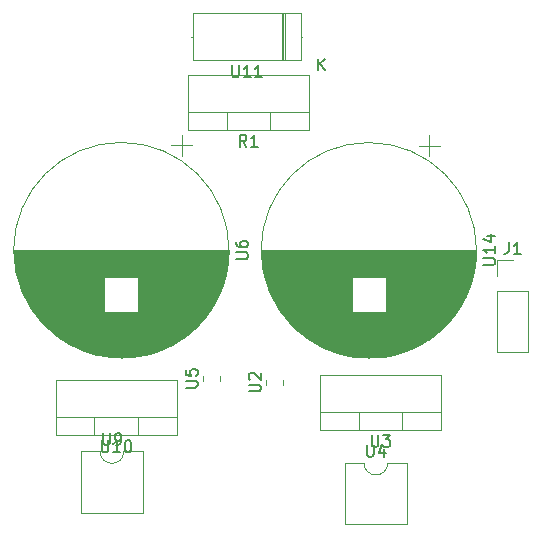
<source format=gbr>
%TF.GenerationSoftware,KiCad,Pcbnew,8.0.0-dirty*%
%TF.CreationDate,2024-03-12T22:31:02-04:00*%
%TF.ProjectId,KickerPCB,4b69636b-6572-4504-9342-2e6b69636164,rev?*%
%TF.SameCoordinates,Original*%
%TF.FileFunction,Legend,Top*%
%TF.FilePolarity,Positive*%
%FSLAX46Y46*%
G04 Gerber Fmt 4.6, Leading zero omitted, Abs format (unit mm)*
G04 Created by KiCad (PCBNEW 8.0.0-dirty) date 2024-03-12 22:31:02*
%MOMM*%
%LPD*%
G01*
G04 APERTURE LIST*
%ADD10C,0.150000*%
%ADD11C,0.120000*%
G04 APERTURE END LIST*
D10*
X91934819Y-80331904D02*
X92744342Y-80331904D01*
X92744342Y-80331904D02*
X92839580Y-80284285D01*
X92839580Y-80284285D02*
X92887200Y-80236666D01*
X92887200Y-80236666D02*
X92934819Y-80141428D01*
X92934819Y-80141428D02*
X92934819Y-79950952D01*
X92934819Y-79950952D02*
X92887200Y-79855714D01*
X92887200Y-79855714D02*
X92839580Y-79808095D01*
X92839580Y-79808095D02*
X92744342Y-79760476D01*
X92744342Y-79760476D02*
X91934819Y-79760476D01*
X91934819Y-78808095D02*
X91934819Y-79284285D01*
X91934819Y-79284285D02*
X92411009Y-79331904D01*
X92411009Y-79331904D02*
X92363390Y-79284285D01*
X92363390Y-79284285D02*
X92315771Y-79189047D01*
X92315771Y-79189047D02*
X92315771Y-78950952D01*
X92315771Y-78950952D02*
X92363390Y-78855714D01*
X92363390Y-78855714D02*
X92411009Y-78808095D01*
X92411009Y-78808095D02*
X92506247Y-78760476D01*
X92506247Y-78760476D02*
X92744342Y-78760476D01*
X92744342Y-78760476D02*
X92839580Y-78808095D01*
X92839580Y-78808095D02*
X92887200Y-78855714D01*
X92887200Y-78855714D02*
X92934819Y-78950952D01*
X92934819Y-78950952D02*
X92934819Y-79189047D01*
X92934819Y-79189047D02*
X92887200Y-79284285D01*
X92887200Y-79284285D02*
X92839580Y-79331904D01*
X97274819Y-80651904D02*
X98084342Y-80651904D01*
X98084342Y-80651904D02*
X98179580Y-80604285D01*
X98179580Y-80604285D02*
X98227200Y-80556666D01*
X98227200Y-80556666D02*
X98274819Y-80461428D01*
X98274819Y-80461428D02*
X98274819Y-80270952D01*
X98274819Y-80270952D02*
X98227200Y-80175714D01*
X98227200Y-80175714D02*
X98179580Y-80128095D01*
X98179580Y-80128095D02*
X98084342Y-80080476D01*
X98084342Y-80080476D02*
X97274819Y-80080476D01*
X97370057Y-79651904D02*
X97322438Y-79604285D01*
X97322438Y-79604285D02*
X97274819Y-79509047D01*
X97274819Y-79509047D02*
X97274819Y-79270952D01*
X97274819Y-79270952D02*
X97322438Y-79175714D01*
X97322438Y-79175714D02*
X97370057Y-79128095D01*
X97370057Y-79128095D02*
X97465295Y-79080476D01*
X97465295Y-79080476D02*
X97560533Y-79080476D01*
X97560533Y-79080476D02*
X97703390Y-79128095D01*
X97703390Y-79128095D02*
X98274819Y-79699523D01*
X98274819Y-79699523D02*
X98274819Y-79080476D01*
X117131226Y-69945202D02*
X117940749Y-69945202D01*
X117940749Y-69945202D02*
X118035987Y-69897583D01*
X118035987Y-69897583D02*
X118083607Y-69849964D01*
X118083607Y-69849964D02*
X118131226Y-69754726D01*
X118131226Y-69754726D02*
X118131226Y-69564250D01*
X118131226Y-69564250D02*
X118083607Y-69469012D01*
X118083607Y-69469012D02*
X118035987Y-69421393D01*
X118035987Y-69421393D02*
X117940749Y-69373774D01*
X117940749Y-69373774D02*
X117131226Y-69373774D01*
X118131226Y-68373774D02*
X118131226Y-68945202D01*
X118131226Y-68659488D02*
X117131226Y-68659488D01*
X117131226Y-68659488D02*
X117274083Y-68754726D01*
X117274083Y-68754726D02*
X117369321Y-68849964D01*
X117369321Y-68849964D02*
X117416940Y-68945202D01*
X117464559Y-67516631D02*
X118131226Y-67516631D01*
X117083607Y-67754726D02*
X117797892Y-67992821D01*
X117797892Y-67992821D02*
X117797892Y-67373774D01*
X84918095Y-84199819D02*
X84918095Y-85009342D01*
X84918095Y-85009342D02*
X84965714Y-85104580D01*
X84965714Y-85104580D02*
X85013333Y-85152200D01*
X85013333Y-85152200D02*
X85108571Y-85199819D01*
X85108571Y-85199819D02*
X85299047Y-85199819D01*
X85299047Y-85199819D02*
X85394285Y-85152200D01*
X85394285Y-85152200D02*
X85441904Y-85104580D01*
X85441904Y-85104580D02*
X85489523Y-85009342D01*
X85489523Y-85009342D02*
X85489523Y-84199819D01*
X86013333Y-85199819D02*
X86203809Y-85199819D01*
X86203809Y-85199819D02*
X86299047Y-85152200D01*
X86299047Y-85152200D02*
X86346666Y-85104580D01*
X86346666Y-85104580D02*
X86441904Y-84961723D01*
X86441904Y-84961723D02*
X86489523Y-84771247D01*
X86489523Y-84771247D02*
X86489523Y-84390295D01*
X86489523Y-84390295D02*
X86441904Y-84295057D01*
X86441904Y-84295057D02*
X86394285Y-84247438D01*
X86394285Y-84247438D02*
X86299047Y-84199819D01*
X86299047Y-84199819D02*
X86108571Y-84199819D01*
X86108571Y-84199819D02*
X86013333Y-84247438D01*
X86013333Y-84247438D02*
X85965714Y-84295057D01*
X85965714Y-84295057D02*
X85918095Y-84390295D01*
X85918095Y-84390295D02*
X85918095Y-84628390D01*
X85918095Y-84628390D02*
X85965714Y-84723628D01*
X85965714Y-84723628D02*
X86013333Y-84771247D01*
X86013333Y-84771247D02*
X86108571Y-84818866D01*
X86108571Y-84818866D02*
X86299047Y-84818866D01*
X86299047Y-84818866D02*
X86394285Y-84771247D01*
X86394285Y-84771247D02*
X86441904Y-84723628D01*
X86441904Y-84723628D02*
X86489523Y-84628390D01*
X95841905Y-53044819D02*
X95841905Y-53854342D01*
X95841905Y-53854342D02*
X95889524Y-53949580D01*
X95889524Y-53949580D02*
X95937143Y-53997200D01*
X95937143Y-53997200D02*
X96032381Y-54044819D01*
X96032381Y-54044819D02*
X96222857Y-54044819D01*
X96222857Y-54044819D02*
X96318095Y-53997200D01*
X96318095Y-53997200D02*
X96365714Y-53949580D01*
X96365714Y-53949580D02*
X96413333Y-53854342D01*
X96413333Y-53854342D02*
X96413333Y-53044819D01*
X97413333Y-54044819D02*
X96841905Y-54044819D01*
X97127619Y-54044819D02*
X97127619Y-53044819D01*
X97127619Y-53044819D02*
X97032381Y-53187676D01*
X97032381Y-53187676D02*
X96937143Y-53282914D01*
X96937143Y-53282914D02*
X96841905Y-53330533D01*
X98365714Y-54044819D02*
X97794286Y-54044819D01*
X98080000Y-54044819D02*
X98080000Y-53044819D01*
X98080000Y-53044819D02*
X97984762Y-53187676D01*
X97984762Y-53187676D02*
X97889524Y-53282914D01*
X97889524Y-53282914D02*
X97794286Y-53330533D01*
X103168095Y-53474819D02*
X103168095Y-52474819D01*
X103739523Y-53474819D02*
X103310952Y-52903390D01*
X103739523Y-52474819D02*
X103168095Y-53046247D01*
X119276666Y-68024819D02*
X119276666Y-68739104D01*
X119276666Y-68739104D02*
X119229047Y-68881961D01*
X119229047Y-68881961D02*
X119133809Y-68977200D01*
X119133809Y-68977200D02*
X118990952Y-69024819D01*
X118990952Y-69024819D02*
X118895714Y-69024819D01*
X120276666Y-69024819D02*
X119705238Y-69024819D01*
X119990952Y-69024819D02*
X119990952Y-68024819D01*
X119990952Y-68024819D02*
X119895714Y-68167676D01*
X119895714Y-68167676D02*
X119800476Y-68262914D01*
X119800476Y-68262914D02*
X119705238Y-68310533D01*
X84801905Y-84804819D02*
X84801905Y-85614342D01*
X84801905Y-85614342D02*
X84849524Y-85709580D01*
X84849524Y-85709580D02*
X84897143Y-85757200D01*
X84897143Y-85757200D02*
X84992381Y-85804819D01*
X84992381Y-85804819D02*
X85182857Y-85804819D01*
X85182857Y-85804819D02*
X85278095Y-85757200D01*
X85278095Y-85757200D02*
X85325714Y-85709580D01*
X85325714Y-85709580D02*
X85373333Y-85614342D01*
X85373333Y-85614342D02*
X85373333Y-84804819D01*
X86373333Y-85804819D02*
X85801905Y-85804819D01*
X86087619Y-85804819D02*
X86087619Y-84804819D01*
X86087619Y-84804819D02*
X85992381Y-84947676D01*
X85992381Y-84947676D02*
X85897143Y-85042914D01*
X85897143Y-85042914D02*
X85801905Y-85090533D01*
X86992381Y-84804819D02*
X87087619Y-84804819D01*
X87087619Y-84804819D02*
X87182857Y-84852438D01*
X87182857Y-84852438D02*
X87230476Y-84900057D01*
X87230476Y-84900057D02*
X87278095Y-84995295D01*
X87278095Y-84995295D02*
X87325714Y-85185771D01*
X87325714Y-85185771D02*
X87325714Y-85423866D01*
X87325714Y-85423866D02*
X87278095Y-85614342D01*
X87278095Y-85614342D02*
X87230476Y-85709580D01*
X87230476Y-85709580D02*
X87182857Y-85757200D01*
X87182857Y-85757200D02*
X87087619Y-85804819D01*
X87087619Y-85804819D02*
X86992381Y-85804819D01*
X86992381Y-85804819D02*
X86897143Y-85757200D01*
X86897143Y-85757200D02*
X86849524Y-85709580D01*
X86849524Y-85709580D02*
X86801905Y-85614342D01*
X86801905Y-85614342D02*
X86754286Y-85423866D01*
X86754286Y-85423866D02*
X86754286Y-85185771D01*
X86754286Y-85185771D02*
X86801905Y-84995295D01*
X86801905Y-84995295D02*
X86849524Y-84900057D01*
X86849524Y-84900057D02*
X86897143Y-84852438D01*
X86897143Y-84852438D02*
X86992381Y-84804819D01*
X97073333Y-59939819D02*
X96740000Y-59463628D01*
X96501905Y-59939819D02*
X96501905Y-58939819D01*
X96501905Y-58939819D02*
X96882857Y-58939819D01*
X96882857Y-58939819D02*
X96978095Y-58987438D01*
X96978095Y-58987438D02*
X97025714Y-59035057D01*
X97025714Y-59035057D02*
X97073333Y-59130295D01*
X97073333Y-59130295D02*
X97073333Y-59273152D01*
X97073333Y-59273152D02*
X97025714Y-59368390D01*
X97025714Y-59368390D02*
X96978095Y-59416009D01*
X96978095Y-59416009D02*
X96882857Y-59463628D01*
X96882857Y-59463628D02*
X96501905Y-59463628D01*
X98025714Y-59939819D02*
X97454286Y-59939819D01*
X97740000Y-59939819D02*
X97740000Y-58939819D01*
X97740000Y-58939819D02*
X97644762Y-59082676D01*
X97644762Y-59082676D02*
X97549524Y-59177914D01*
X97549524Y-59177914D02*
X97454286Y-59225533D01*
X107658095Y-84349819D02*
X107658095Y-85159342D01*
X107658095Y-85159342D02*
X107705714Y-85254580D01*
X107705714Y-85254580D02*
X107753333Y-85302200D01*
X107753333Y-85302200D02*
X107848571Y-85349819D01*
X107848571Y-85349819D02*
X108039047Y-85349819D01*
X108039047Y-85349819D02*
X108134285Y-85302200D01*
X108134285Y-85302200D02*
X108181904Y-85254580D01*
X108181904Y-85254580D02*
X108229523Y-85159342D01*
X108229523Y-85159342D02*
X108229523Y-84349819D01*
X108610476Y-84349819D02*
X109229523Y-84349819D01*
X109229523Y-84349819D02*
X108896190Y-84730771D01*
X108896190Y-84730771D02*
X109039047Y-84730771D01*
X109039047Y-84730771D02*
X109134285Y-84778390D01*
X109134285Y-84778390D02*
X109181904Y-84826009D01*
X109181904Y-84826009D02*
X109229523Y-84921247D01*
X109229523Y-84921247D02*
X109229523Y-85159342D01*
X109229523Y-85159342D02*
X109181904Y-85254580D01*
X109181904Y-85254580D02*
X109134285Y-85302200D01*
X109134285Y-85302200D02*
X109039047Y-85349819D01*
X109039047Y-85349819D02*
X108753333Y-85349819D01*
X108753333Y-85349819D02*
X108658095Y-85302200D01*
X108658095Y-85302200D02*
X108610476Y-85254580D01*
X107268095Y-85179819D02*
X107268095Y-85989342D01*
X107268095Y-85989342D02*
X107315714Y-86084580D01*
X107315714Y-86084580D02*
X107363333Y-86132200D01*
X107363333Y-86132200D02*
X107458571Y-86179819D01*
X107458571Y-86179819D02*
X107649047Y-86179819D01*
X107649047Y-86179819D02*
X107744285Y-86132200D01*
X107744285Y-86132200D02*
X107791904Y-86084580D01*
X107791904Y-86084580D02*
X107839523Y-85989342D01*
X107839523Y-85989342D02*
X107839523Y-85179819D01*
X108744285Y-85513152D02*
X108744285Y-86179819D01*
X108506190Y-85132200D02*
X108268095Y-85846485D01*
X108268095Y-85846485D02*
X108887142Y-85846485D01*
X96181226Y-69456792D02*
X96990749Y-69456792D01*
X96990749Y-69456792D02*
X97085987Y-69409173D01*
X97085987Y-69409173D02*
X97133607Y-69361554D01*
X97133607Y-69361554D02*
X97181226Y-69266316D01*
X97181226Y-69266316D02*
X97181226Y-69075840D01*
X97181226Y-69075840D02*
X97133607Y-68980602D01*
X97133607Y-68980602D02*
X97085987Y-68932983D01*
X97085987Y-68932983D02*
X96990749Y-68885364D01*
X96990749Y-68885364D02*
X96181226Y-68885364D01*
X96181226Y-67980602D02*
X96181226Y-68171078D01*
X96181226Y-68171078D02*
X96228845Y-68266316D01*
X96228845Y-68266316D02*
X96276464Y-68313935D01*
X96276464Y-68313935D02*
X96419321Y-68409173D01*
X96419321Y-68409173D02*
X96609797Y-68456792D01*
X96609797Y-68456792D02*
X96990749Y-68456792D01*
X96990749Y-68456792D02*
X97085987Y-68409173D01*
X97085987Y-68409173D02*
X97133607Y-68361554D01*
X97133607Y-68361554D02*
X97181226Y-68266316D01*
X97181226Y-68266316D02*
X97181226Y-68075840D01*
X97181226Y-68075840D02*
X97133607Y-67980602D01*
X97133607Y-67980602D02*
X97085987Y-67932983D01*
X97085987Y-67932983D02*
X96990749Y-67885364D01*
X96990749Y-67885364D02*
X96752654Y-67885364D01*
X96752654Y-67885364D02*
X96657416Y-67932983D01*
X96657416Y-67932983D02*
X96609797Y-67980602D01*
X96609797Y-67980602D02*
X96562178Y-68075840D01*
X96562178Y-68075840D02*
X96562178Y-68266316D01*
X96562178Y-68266316D02*
X96609797Y-68361554D01*
X96609797Y-68361554D02*
X96657416Y-68409173D01*
X96657416Y-68409173D02*
X96752654Y-68456792D01*
D11*
%TO.C,U5*%
X93395000Y-79797064D02*
X93395000Y-79342936D01*
X94865000Y-79797064D02*
X94865000Y-79342936D01*
%TO.C,U2*%
X98735000Y-80117064D02*
X98735000Y-79662936D01*
X100205000Y-80117064D02*
X100205000Y-79662936D01*
%TO.C,U14*%
X105986407Y-71028108D02*
X98646407Y-71028108D01*
X105986407Y-71068108D02*
X98656407Y-71068108D01*
X105986407Y-71108108D02*
X98667407Y-71108108D01*
X105986407Y-71148108D02*
X98678407Y-71148108D01*
X105986407Y-71188108D02*
X98689407Y-71188108D01*
X105986407Y-71228108D02*
X98701407Y-71228108D01*
X105986407Y-71268108D02*
X98712407Y-71268108D01*
X105986407Y-71308108D02*
X98724407Y-71308108D01*
X105986407Y-71348108D02*
X98736407Y-71348108D01*
X105986407Y-71388108D02*
X98748407Y-71388108D01*
X105986407Y-71428108D02*
X98761407Y-71428108D01*
X105986407Y-71468108D02*
X98773407Y-71468108D01*
X105986407Y-71508108D02*
X98786407Y-71508108D01*
X105986407Y-71548108D02*
X98799407Y-71548108D01*
X105986407Y-71588108D02*
X98812407Y-71588108D01*
X105986407Y-71628108D02*
X98826407Y-71628108D01*
X105986407Y-71668108D02*
X98839407Y-71668108D01*
X105986407Y-71708108D02*
X98853407Y-71708108D01*
X105986407Y-71748108D02*
X98867407Y-71748108D01*
X105986407Y-71788108D02*
X98881407Y-71788108D01*
X105986407Y-71828108D02*
X98896407Y-71828108D01*
X105986407Y-71868108D02*
X98910407Y-71868108D01*
X105986407Y-71908108D02*
X98925407Y-71908108D01*
X105986407Y-71948108D02*
X98940407Y-71948108D01*
X105986407Y-71988108D02*
X98956407Y-71988108D01*
X105986407Y-72028108D02*
X98971407Y-72028108D01*
X105986407Y-72068108D02*
X98987407Y-72068108D01*
X105986407Y-72108108D02*
X99003407Y-72108108D01*
X105986407Y-72148108D02*
X99019407Y-72148108D01*
X105986407Y-72188108D02*
X99036407Y-72188108D01*
X105986407Y-72228108D02*
X99052407Y-72228108D01*
X105986407Y-72268108D02*
X99069407Y-72268108D01*
X105986407Y-72308108D02*
X99086407Y-72308108D01*
X105986407Y-72348108D02*
X99103407Y-72348108D01*
X105986407Y-72388108D02*
X99121407Y-72388108D01*
X105986407Y-72428108D02*
X99139407Y-72428108D01*
X105986407Y-72468108D02*
X99157407Y-72468108D01*
X105986407Y-72508108D02*
X99175407Y-72508108D01*
X105986407Y-72548108D02*
X99193407Y-72548108D01*
X105986407Y-72588108D02*
X99212407Y-72588108D01*
X105986407Y-72628108D02*
X99231407Y-72628108D01*
X105986407Y-72668108D02*
X99250407Y-72668108D01*
X105986407Y-72708108D02*
X99270407Y-72708108D01*
X105986407Y-72748108D02*
X99289407Y-72748108D01*
X105986407Y-72788108D02*
X99309407Y-72788108D01*
X105986407Y-72828108D02*
X99329407Y-72828108D01*
X105986407Y-72868108D02*
X99350407Y-72868108D01*
X105986407Y-72908108D02*
X99370407Y-72908108D01*
X105986407Y-72948108D02*
X99391407Y-72948108D01*
X105986407Y-72988108D02*
X99412407Y-72988108D01*
X105986407Y-73028108D02*
X99434407Y-73028108D01*
X105986407Y-73068108D02*
X99455407Y-73068108D01*
X105986407Y-73108108D02*
X99477407Y-73108108D01*
X105986407Y-73148108D02*
X99499407Y-73148108D01*
X105986407Y-73188108D02*
X99522407Y-73188108D01*
X105986407Y-73228108D02*
X99544407Y-73228108D01*
X105986407Y-73268108D02*
X99567407Y-73268108D01*
X105986407Y-73308108D02*
X99591407Y-73308108D01*
X105986407Y-73348108D02*
X99614407Y-73348108D01*
X105986407Y-73388108D02*
X99638407Y-73388108D01*
X105986407Y-73428108D02*
X99662407Y-73428108D01*
X105986407Y-73468108D02*
X99686407Y-73468108D01*
X105986407Y-73508108D02*
X99711407Y-73508108D01*
X105986407Y-73548108D02*
X99736407Y-73548108D01*
X105986407Y-73588108D02*
X99761407Y-73588108D01*
X105986407Y-73628108D02*
X99786407Y-73628108D01*
X105986407Y-73668108D02*
X99812407Y-73668108D01*
X105986407Y-73708108D02*
X99838407Y-73708108D01*
X105986407Y-73748108D02*
X99865407Y-73748108D01*
X105986407Y-73788108D02*
X99891407Y-73788108D01*
X105986407Y-73828108D02*
X99918407Y-73828108D01*
X105986407Y-73868108D02*
X99946407Y-73868108D01*
X107466407Y-77827108D02*
X107386407Y-77827108D01*
X108240407Y-77787108D02*
X106612407Y-77787108D01*
X108592407Y-77747108D02*
X106260407Y-77747108D01*
X108861407Y-77707108D02*
X105991407Y-77707108D01*
X109087407Y-77667108D02*
X105765407Y-77667108D01*
X109286407Y-77627108D02*
X105566407Y-77627108D01*
X109465407Y-77587108D02*
X105387407Y-77587108D01*
X109629407Y-77547108D02*
X105223407Y-77547108D01*
X109781407Y-77507108D02*
X105071407Y-77507108D01*
X109924407Y-77467108D02*
X104928407Y-77467108D01*
X110058407Y-77427108D02*
X104794407Y-77427108D01*
X110185407Y-77387108D02*
X104667407Y-77387108D01*
X110306407Y-77347108D02*
X104546407Y-77347108D01*
X110422407Y-77307108D02*
X104430407Y-77307108D01*
X110533407Y-77267108D02*
X104319407Y-77267108D01*
X110640407Y-77227108D02*
X104212407Y-77227108D01*
X110743407Y-77187108D02*
X104109407Y-77187108D01*
X110842407Y-77147108D02*
X104010407Y-77147108D01*
X110938407Y-77107108D02*
X103914407Y-77107108D01*
X111031407Y-77067108D02*
X103821407Y-77067108D01*
X111122407Y-77027108D02*
X103730407Y-77027108D01*
X111210407Y-76987108D02*
X103642407Y-76987108D01*
X111295407Y-76947108D02*
X103557407Y-76947108D01*
X111378407Y-76907108D02*
X103474407Y-76907108D01*
X111459407Y-76868108D02*
X103393407Y-76868108D01*
X111539407Y-76828108D02*
X103313407Y-76828108D01*
X111616407Y-76788108D02*
X103236407Y-76788108D01*
X111691407Y-76748108D02*
X103161407Y-76748108D01*
X111765407Y-76708108D02*
X103087407Y-76708108D01*
X111838407Y-76668108D02*
X103014407Y-76668108D01*
X111908407Y-76628108D02*
X102944407Y-76628108D01*
X111978407Y-76588108D02*
X102874407Y-76588108D01*
X112046407Y-76548108D02*
X102806407Y-76548108D01*
X112112407Y-76508108D02*
X102740407Y-76508108D01*
X112178407Y-76468108D02*
X102674407Y-76468108D01*
X112242407Y-76428108D02*
X102610407Y-76428108D01*
X112305407Y-76388108D02*
X102547407Y-76388108D01*
X112367407Y-76348108D02*
X102485407Y-76348108D01*
X112428407Y-76308108D02*
X102424407Y-76308108D01*
X112488407Y-76268108D02*
X102364407Y-76268108D01*
X112541407Y-58947668D02*
X112541407Y-60747668D01*
X112546407Y-76228108D02*
X102306407Y-76228108D01*
X112604407Y-76188108D02*
X102248407Y-76188108D01*
X112661407Y-76148108D02*
X102191407Y-76148108D01*
X112717407Y-76108108D02*
X102135407Y-76108108D01*
X112772407Y-76068108D02*
X102080407Y-76068108D01*
X112826407Y-76028108D02*
X102026407Y-76028108D01*
X112880407Y-75988108D02*
X101972407Y-75988108D01*
X112932407Y-75948108D02*
X101920407Y-75948108D01*
X112984407Y-75908108D02*
X101868407Y-75908108D01*
X113035407Y-75868108D02*
X101817407Y-75868108D01*
X113086407Y-75828108D02*
X101766407Y-75828108D01*
X113135407Y-75788108D02*
X101717407Y-75788108D01*
X113184407Y-75748108D02*
X101668407Y-75748108D01*
X113232407Y-75708108D02*
X101620407Y-75708108D01*
X113280407Y-75668108D02*
X101572407Y-75668108D01*
X113327407Y-75628108D02*
X101525407Y-75628108D01*
X113373407Y-75588108D02*
X101479407Y-75588108D01*
X113419407Y-75548108D02*
X101433407Y-75548108D01*
X113441407Y-59847668D02*
X111641407Y-59847668D01*
X113464407Y-75508108D02*
X101388407Y-75508108D01*
X113508407Y-75468108D02*
X101344407Y-75468108D01*
X113552407Y-75428108D02*
X101300407Y-75428108D01*
X113596407Y-75388108D02*
X101256407Y-75388108D01*
X113638407Y-75348108D02*
X101214407Y-75348108D01*
X113680407Y-75308108D02*
X101172407Y-75308108D01*
X113722407Y-75268108D02*
X101130407Y-75268108D01*
X113763407Y-75228108D02*
X101089407Y-75228108D01*
X113804407Y-75188108D02*
X101048407Y-75188108D01*
X113844407Y-75148108D02*
X101008407Y-75148108D01*
X113884407Y-75108108D02*
X100968407Y-75108108D01*
X113923407Y-75068108D02*
X100929407Y-75068108D01*
X113962407Y-75028108D02*
X100890407Y-75028108D01*
X114000407Y-74988108D02*
X100852407Y-74988108D01*
X114038407Y-74948108D02*
X100814407Y-74948108D01*
X114075407Y-74908108D02*
X100777407Y-74908108D01*
X114112407Y-74868108D02*
X100740407Y-74868108D01*
X114148407Y-74828108D02*
X100704407Y-74828108D01*
X114184407Y-74788108D02*
X100668407Y-74788108D01*
X114220407Y-74748108D02*
X100632407Y-74748108D01*
X114255407Y-74708108D02*
X100597407Y-74708108D01*
X114290407Y-74668108D02*
X100562407Y-74668108D01*
X114324407Y-74628108D02*
X100528407Y-74628108D01*
X114358407Y-74588108D02*
X100494407Y-74588108D01*
X114391407Y-74548108D02*
X100461407Y-74548108D01*
X114425407Y-74508108D02*
X100427407Y-74508108D01*
X114457407Y-74468108D02*
X100395407Y-74468108D01*
X114490407Y-74428108D02*
X100362407Y-74428108D01*
X114522407Y-74388108D02*
X100330407Y-74388108D01*
X114553407Y-74348108D02*
X100299407Y-74348108D01*
X114585407Y-74308108D02*
X100267407Y-74308108D01*
X114616407Y-74268108D02*
X100236407Y-74268108D01*
X114646407Y-74228108D02*
X100206407Y-74228108D01*
X114676407Y-74188108D02*
X100176407Y-74188108D01*
X114706407Y-74148108D02*
X100146407Y-74148108D01*
X114736407Y-74108108D02*
X100116407Y-74108108D01*
X114765407Y-74068108D02*
X100087407Y-74068108D01*
X114794407Y-74028108D02*
X100058407Y-74028108D01*
X114823407Y-73988108D02*
X100029407Y-73988108D01*
X114851407Y-73948108D02*
X100001407Y-73948108D01*
X114879407Y-73908108D02*
X99973407Y-73908108D01*
X114906407Y-73868108D02*
X108866407Y-73868108D01*
X114934407Y-73828108D02*
X108866407Y-73828108D01*
X114961407Y-73788108D02*
X108866407Y-73788108D01*
X114987407Y-73748108D02*
X108866407Y-73748108D01*
X115014407Y-73708108D02*
X108866407Y-73708108D01*
X115040407Y-73668108D02*
X108866407Y-73668108D01*
X115066407Y-73628108D02*
X108866407Y-73628108D01*
X115091407Y-73588108D02*
X108866407Y-73588108D01*
X115116407Y-73548108D02*
X108866407Y-73548108D01*
X115141407Y-73508108D02*
X108866407Y-73508108D01*
X115166407Y-73468108D02*
X108866407Y-73468108D01*
X115190407Y-73428108D02*
X108866407Y-73428108D01*
X115214407Y-73388108D02*
X108866407Y-73388108D01*
X115238407Y-73348108D02*
X108866407Y-73348108D01*
X115261407Y-73308108D02*
X108866407Y-73308108D01*
X115285407Y-73268108D02*
X108866407Y-73268108D01*
X115308407Y-73228108D02*
X108866407Y-73228108D01*
X115330407Y-73188108D02*
X108866407Y-73188108D01*
X115353407Y-73148108D02*
X108866407Y-73148108D01*
X115375407Y-73108108D02*
X108866407Y-73108108D01*
X115397407Y-73068108D02*
X108866407Y-73068108D01*
X115418407Y-73028108D02*
X108866407Y-73028108D01*
X115440407Y-72988108D02*
X108866407Y-72988108D01*
X115461407Y-72948108D02*
X108866407Y-72948108D01*
X115482407Y-72908108D02*
X108866407Y-72908108D01*
X115502407Y-72868108D02*
X108866407Y-72868108D01*
X115523407Y-72828108D02*
X108866407Y-72828108D01*
X115543407Y-72788108D02*
X108866407Y-72788108D01*
X115563407Y-72748108D02*
X108866407Y-72748108D01*
X115582407Y-72708108D02*
X108866407Y-72708108D01*
X115602407Y-72668108D02*
X108866407Y-72668108D01*
X115621407Y-72628108D02*
X108866407Y-72628108D01*
X115640407Y-72588108D02*
X108866407Y-72588108D01*
X115659407Y-72548108D02*
X108866407Y-72548108D01*
X115677407Y-72508108D02*
X108866407Y-72508108D01*
X115695407Y-72468108D02*
X108866407Y-72468108D01*
X115713407Y-72428108D02*
X108866407Y-72428108D01*
X115731407Y-72388108D02*
X108866407Y-72388108D01*
X115749407Y-72348108D02*
X108866407Y-72348108D01*
X115766407Y-72308108D02*
X108866407Y-72308108D01*
X115783407Y-72268108D02*
X108866407Y-72268108D01*
X115800407Y-72228108D02*
X108866407Y-72228108D01*
X115816407Y-72188108D02*
X108866407Y-72188108D01*
X115833407Y-72148108D02*
X108866407Y-72148108D01*
X115849407Y-72108108D02*
X108866407Y-72108108D01*
X115865407Y-72068108D02*
X108866407Y-72068108D01*
X115881407Y-72028108D02*
X108866407Y-72028108D01*
X115896407Y-71988108D02*
X108866407Y-71988108D01*
X115912407Y-71948108D02*
X108866407Y-71948108D01*
X115927407Y-71908108D02*
X108866407Y-71908108D01*
X115942407Y-71868108D02*
X108866407Y-71868108D01*
X115956407Y-71828108D02*
X108866407Y-71828108D01*
X115971407Y-71788108D02*
X108866407Y-71788108D01*
X115985407Y-71748108D02*
X108866407Y-71748108D01*
X115999407Y-71708108D02*
X108866407Y-71708108D01*
X116013407Y-71668108D02*
X108866407Y-71668108D01*
X116026407Y-71628108D02*
X108866407Y-71628108D01*
X116040407Y-71588108D02*
X108866407Y-71588108D01*
X116053407Y-71548108D02*
X108866407Y-71548108D01*
X116066407Y-71508108D02*
X108866407Y-71508108D01*
X116079407Y-71468108D02*
X108866407Y-71468108D01*
X116091407Y-71428108D02*
X108866407Y-71428108D01*
X116104407Y-71388108D02*
X108866407Y-71388108D01*
X116116407Y-71348108D02*
X108866407Y-71348108D01*
X116128407Y-71308108D02*
X108866407Y-71308108D01*
X116140407Y-71268108D02*
X108866407Y-71268108D01*
X116151407Y-71228108D02*
X108866407Y-71228108D01*
X116163407Y-71188108D02*
X108866407Y-71188108D01*
X116174407Y-71148108D02*
X108866407Y-71148108D01*
X116185407Y-71108108D02*
X108866407Y-71108108D01*
X116196407Y-71068108D02*
X108866407Y-71068108D01*
X116206407Y-71028108D02*
X108866407Y-71028108D01*
X116217407Y-70988108D02*
X98635407Y-70988108D01*
X116227407Y-70948108D02*
X98625407Y-70948108D01*
X116237407Y-70908108D02*
X98615407Y-70908108D01*
X116247407Y-70868108D02*
X98605407Y-70868108D01*
X116257407Y-70828108D02*
X98595407Y-70828108D01*
X116266407Y-70788108D02*
X98586407Y-70788108D01*
X116275407Y-70748108D02*
X98577407Y-70748108D01*
X116284407Y-70708108D02*
X98568407Y-70708108D01*
X116293407Y-70668108D02*
X98559407Y-70668108D01*
X116302407Y-70628108D02*
X98550407Y-70628108D01*
X116311407Y-70588108D02*
X98541407Y-70588108D01*
X116319407Y-70548108D02*
X98533407Y-70548108D01*
X116327407Y-70508108D02*
X98525407Y-70508108D01*
X116335407Y-70468108D02*
X98517407Y-70468108D01*
X116343407Y-70428108D02*
X98509407Y-70428108D01*
X116350407Y-70388108D02*
X98502407Y-70388108D01*
X116358407Y-70348108D02*
X98494407Y-70348108D01*
X116365407Y-70308108D02*
X98487407Y-70308108D01*
X116372407Y-70268108D02*
X98480407Y-70268108D01*
X116379407Y-70228108D02*
X98473407Y-70228108D01*
X116386407Y-70188108D02*
X98466407Y-70188108D01*
X116392407Y-70148108D02*
X98460407Y-70148108D01*
X116398407Y-70108108D02*
X98454407Y-70108108D01*
X116405407Y-70068108D02*
X98447407Y-70068108D01*
X116410407Y-70028108D02*
X98442407Y-70028108D01*
X116416407Y-69988108D02*
X98436407Y-69988108D01*
X116422407Y-69948108D02*
X98430407Y-69948108D01*
X116427407Y-69908108D02*
X98425407Y-69908108D01*
X116432407Y-69868108D02*
X98420407Y-69868108D01*
X116437407Y-69828108D02*
X98415407Y-69828108D01*
X116442407Y-69788108D02*
X98410407Y-69788108D01*
X116447407Y-69748108D02*
X98405407Y-69748108D01*
X116452407Y-69708108D02*
X98400407Y-69708108D01*
X116456407Y-69668108D02*
X98396407Y-69668108D01*
X116460407Y-69628108D02*
X98392407Y-69628108D01*
X116464407Y-69588108D02*
X98388407Y-69588108D01*
X116468407Y-69548108D02*
X98384407Y-69548108D01*
X116471407Y-69508108D02*
X98381407Y-69508108D01*
X116475407Y-69468108D02*
X98377407Y-69468108D01*
X116478407Y-69428108D02*
X98374407Y-69428108D01*
X116481407Y-69387108D02*
X98371407Y-69387108D01*
X116484407Y-69347108D02*
X98368407Y-69347108D01*
X116487407Y-69307108D02*
X98365407Y-69307108D01*
X116489407Y-69267108D02*
X98363407Y-69267108D01*
X116492407Y-69227108D02*
X98360407Y-69227108D01*
X116494407Y-69187108D02*
X98358407Y-69187108D01*
X116496407Y-69147108D02*
X98356407Y-69147108D01*
X116498407Y-69107108D02*
X98354407Y-69107108D01*
X116499407Y-69067108D02*
X98353407Y-69067108D01*
X116501407Y-69027108D02*
X98351407Y-69027108D01*
X116502407Y-68987108D02*
X98350407Y-68987108D01*
X116503407Y-68947108D02*
X98349407Y-68947108D01*
X116504407Y-68907108D02*
X98348407Y-68907108D01*
X116505407Y-68867108D02*
X98347407Y-68867108D01*
X116506407Y-68747108D02*
X98346407Y-68747108D01*
X116506407Y-68787108D02*
X98346407Y-68787108D01*
X116506407Y-68827108D02*
X98346407Y-68827108D01*
X116507407Y-68707108D02*
X98345407Y-68707108D01*
X116546407Y-68707108D02*
G75*
G02*
X98306407Y-68707108I-9120000J0D01*
G01*
X98306407Y-68707108D02*
G75*
G02*
X116546407Y-68707108I9120000J0D01*
G01*
%TO.C,U9*%
X83030000Y-85745000D02*
X83030000Y-90945000D01*
X83030000Y-90945000D02*
X88330000Y-90945000D01*
X84680000Y-85745000D02*
X83030000Y-85745000D01*
X88330000Y-85745000D02*
X86680000Y-85745000D01*
X88330000Y-90945000D02*
X88330000Y-85745000D01*
X86680000Y-85745000D02*
G75*
G02*
X84680000Y-85745000I-1000000J0D01*
G01*
%TO.C,U11*%
X92370000Y-50620000D02*
X92510000Y-50620000D01*
X92510000Y-48650000D02*
X92510000Y-52590000D01*
X92510000Y-52590000D02*
X101650000Y-52590000D01*
X100075000Y-52590000D02*
X100075000Y-48650000D01*
X100195000Y-52590000D02*
X100195000Y-48650000D01*
X100315000Y-52590000D02*
X100315000Y-48650000D01*
X101650000Y-48650000D02*
X92510000Y-48650000D01*
X101650000Y-52590000D02*
X101650000Y-48650000D01*
X101790000Y-50620000D02*
X101650000Y-50620000D01*
%TO.C,J1*%
X118280000Y-69570000D02*
X119610000Y-69570000D01*
X118280000Y-70900000D02*
X118280000Y-69570000D01*
X118280000Y-72170000D02*
X118280000Y-77310000D01*
X118280000Y-72170000D02*
X120940000Y-72170000D01*
X118280000Y-77310000D02*
X120940000Y-77310000D01*
X120940000Y-72170000D02*
X120940000Y-77310000D01*
%TO.C,U10*%
X80920000Y-84350000D02*
X80920000Y-79709000D01*
X84189000Y-84350000D02*
X84189000Y-82840000D01*
X87890000Y-84350000D02*
X87890000Y-82840000D01*
X91160000Y-79709000D02*
X80920000Y-79709000D01*
X91160000Y-82840000D02*
X80920000Y-82840000D01*
X91160000Y-84350000D02*
X80920000Y-84350000D01*
X91160000Y-84350000D02*
X91160000Y-79709000D01*
%TO.C,R1*%
X92120000Y-58485000D02*
X92120000Y-53844000D01*
X95389000Y-58485000D02*
X95389000Y-56975000D01*
X99090000Y-58485000D02*
X99090000Y-56975000D01*
X102360000Y-53844000D02*
X92120000Y-53844000D01*
X102360000Y-56975000D02*
X92120000Y-56975000D01*
X102360000Y-58485000D02*
X92120000Y-58485000D01*
X102360000Y-58485000D02*
X102360000Y-53844000D01*
%TO.C,U3*%
X103300000Y-83895000D02*
X103300000Y-79254000D01*
X106569000Y-83895000D02*
X106569000Y-82385000D01*
X110270000Y-83895000D02*
X110270000Y-82385000D01*
X113540000Y-79254000D02*
X103300000Y-79254000D01*
X113540000Y-82385000D02*
X103300000Y-82385000D01*
X113540000Y-83895000D02*
X103300000Y-83895000D01*
X113540000Y-83895000D02*
X113540000Y-79254000D01*
%TO.C,U4*%
X105380000Y-86725000D02*
X105380000Y-91925000D01*
X105380000Y-91925000D02*
X110680000Y-91925000D01*
X107030000Y-86725000D02*
X105380000Y-86725000D01*
X110680000Y-86725000D02*
X109030000Y-86725000D01*
X110680000Y-91925000D02*
X110680000Y-86725000D01*
X109030000Y-86725000D02*
G75*
G02*
X107030000Y-86725000I-1000000J0D01*
G01*
%TO.C,U6*%
X85036407Y-71015888D02*
X77696407Y-71015888D01*
X85036407Y-71055888D02*
X77706407Y-71055888D01*
X85036407Y-71095888D02*
X77717407Y-71095888D01*
X85036407Y-71135888D02*
X77728407Y-71135888D01*
X85036407Y-71175888D02*
X77739407Y-71175888D01*
X85036407Y-71215888D02*
X77751407Y-71215888D01*
X85036407Y-71255888D02*
X77762407Y-71255888D01*
X85036407Y-71295888D02*
X77774407Y-71295888D01*
X85036407Y-71335888D02*
X77786407Y-71335888D01*
X85036407Y-71375888D02*
X77798407Y-71375888D01*
X85036407Y-71415888D02*
X77811407Y-71415888D01*
X85036407Y-71455888D02*
X77823407Y-71455888D01*
X85036407Y-71495888D02*
X77836407Y-71495888D01*
X85036407Y-71535888D02*
X77849407Y-71535888D01*
X85036407Y-71575888D02*
X77862407Y-71575888D01*
X85036407Y-71615888D02*
X77876407Y-71615888D01*
X85036407Y-71655888D02*
X77889407Y-71655888D01*
X85036407Y-71695888D02*
X77903407Y-71695888D01*
X85036407Y-71735888D02*
X77917407Y-71735888D01*
X85036407Y-71775888D02*
X77931407Y-71775888D01*
X85036407Y-71815888D02*
X77946407Y-71815888D01*
X85036407Y-71855888D02*
X77960407Y-71855888D01*
X85036407Y-71895888D02*
X77975407Y-71895888D01*
X85036407Y-71935888D02*
X77990407Y-71935888D01*
X85036407Y-71975888D02*
X78006407Y-71975888D01*
X85036407Y-72015888D02*
X78021407Y-72015888D01*
X85036407Y-72055888D02*
X78037407Y-72055888D01*
X85036407Y-72095888D02*
X78053407Y-72095888D01*
X85036407Y-72135888D02*
X78069407Y-72135888D01*
X85036407Y-72175888D02*
X78086407Y-72175888D01*
X85036407Y-72215888D02*
X78102407Y-72215888D01*
X85036407Y-72255888D02*
X78119407Y-72255888D01*
X85036407Y-72295888D02*
X78136407Y-72295888D01*
X85036407Y-72335888D02*
X78153407Y-72335888D01*
X85036407Y-72375888D02*
X78171407Y-72375888D01*
X85036407Y-72415888D02*
X78189407Y-72415888D01*
X85036407Y-72455888D02*
X78207407Y-72455888D01*
X85036407Y-72495888D02*
X78225407Y-72495888D01*
X85036407Y-72535888D02*
X78243407Y-72535888D01*
X85036407Y-72575888D02*
X78262407Y-72575888D01*
X85036407Y-72615888D02*
X78281407Y-72615888D01*
X85036407Y-72655888D02*
X78300407Y-72655888D01*
X85036407Y-72695888D02*
X78320407Y-72695888D01*
X85036407Y-72735888D02*
X78339407Y-72735888D01*
X85036407Y-72775888D02*
X78359407Y-72775888D01*
X85036407Y-72815888D02*
X78379407Y-72815888D01*
X85036407Y-72855888D02*
X78400407Y-72855888D01*
X85036407Y-72895888D02*
X78420407Y-72895888D01*
X85036407Y-72935888D02*
X78441407Y-72935888D01*
X85036407Y-72975888D02*
X78462407Y-72975888D01*
X85036407Y-73015888D02*
X78484407Y-73015888D01*
X85036407Y-73055888D02*
X78505407Y-73055888D01*
X85036407Y-73095888D02*
X78527407Y-73095888D01*
X85036407Y-73135888D02*
X78549407Y-73135888D01*
X85036407Y-73175888D02*
X78572407Y-73175888D01*
X85036407Y-73215888D02*
X78594407Y-73215888D01*
X85036407Y-73255888D02*
X78617407Y-73255888D01*
X85036407Y-73295888D02*
X78641407Y-73295888D01*
X85036407Y-73335888D02*
X78664407Y-73335888D01*
X85036407Y-73375888D02*
X78688407Y-73375888D01*
X85036407Y-73415888D02*
X78712407Y-73415888D01*
X85036407Y-73455888D02*
X78736407Y-73455888D01*
X85036407Y-73495888D02*
X78761407Y-73495888D01*
X85036407Y-73535888D02*
X78786407Y-73535888D01*
X85036407Y-73575888D02*
X78811407Y-73575888D01*
X85036407Y-73615888D02*
X78836407Y-73615888D01*
X85036407Y-73655888D02*
X78862407Y-73655888D01*
X85036407Y-73695888D02*
X78888407Y-73695888D01*
X85036407Y-73735888D02*
X78915407Y-73735888D01*
X85036407Y-73775888D02*
X78941407Y-73775888D01*
X85036407Y-73815888D02*
X78968407Y-73815888D01*
X85036407Y-73855888D02*
X78996407Y-73855888D01*
X86516407Y-77814888D02*
X86436407Y-77814888D01*
X87290407Y-77774888D02*
X85662407Y-77774888D01*
X87642407Y-77734888D02*
X85310407Y-77734888D01*
X87911407Y-77694888D02*
X85041407Y-77694888D01*
X88137407Y-77654888D02*
X84815407Y-77654888D01*
X88336407Y-77614888D02*
X84616407Y-77614888D01*
X88515407Y-77574888D02*
X84437407Y-77574888D01*
X88679407Y-77534888D02*
X84273407Y-77534888D01*
X88831407Y-77494888D02*
X84121407Y-77494888D01*
X88974407Y-77454888D02*
X83978407Y-77454888D01*
X89108407Y-77414888D02*
X83844407Y-77414888D01*
X89235407Y-77374888D02*
X83717407Y-77374888D01*
X89356407Y-77334888D02*
X83596407Y-77334888D01*
X89472407Y-77294888D02*
X83480407Y-77294888D01*
X89583407Y-77254888D02*
X83369407Y-77254888D01*
X89690407Y-77214888D02*
X83262407Y-77214888D01*
X89793407Y-77174888D02*
X83159407Y-77174888D01*
X89892407Y-77134888D02*
X83060407Y-77134888D01*
X89988407Y-77094888D02*
X82964407Y-77094888D01*
X90081407Y-77054888D02*
X82871407Y-77054888D01*
X90172407Y-77014888D02*
X82780407Y-77014888D01*
X90260407Y-76974888D02*
X82692407Y-76974888D01*
X90345407Y-76934888D02*
X82607407Y-76934888D01*
X90428407Y-76894888D02*
X82524407Y-76894888D01*
X90509407Y-76855888D02*
X82443407Y-76855888D01*
X90589407Y-76815888D02*
X82363407Y-76815888D01*
X90666407Y-76775888D02*
X82286407Y-76775888D01*
X90741407Y-76735888D02*
X82211407Y-76735888D01*
X90815407Y-76695888D02*
X82137407Y-76695888D01*
X90888407Y-76655888D02*
X82064407Y-76655888D01*
X90958407Y-76615888D02*
X81994407Y-76615888D01*
X91028407Y-76575888D02*
X81924407Y-76575888D01*
X91096407Y-76535888D02*
X81856407Y-76535888D01*
X91162407Y-76495888D02*
X81790407Y-76495888D01*
X91228407Y-76455888D02*
X81724407Y-76455888D01*
X91292407Y-76415888D02*
X81660407Y-76415888D01*
X91355407Y-76375888D02*
X81597407Y-76375888D01*
X91417407Y-76335888D02*
X81535407Y-76335888D01*
X91478407Y-76295888D02*
X81474407Y-76295888D01*
X91538407Y-76255888D02*
X81414407Y-76255888D01*
X91591407Y-58935448D02*
X91591407Y-60735448D01*
X91596407Y-76215888D02*
X81356407Y-76215888D01*
X91654407Y-76175888D02*
X81298407Y-76175888D01*
X91711407Y-76135888D02*
X81241407Y-76135888D01*
X91767407Y-76095888D02*
X81185407Y-76095888D01*
X91822407Y-76055888D02*
X81130407Y-76055888D01*
X91876407Y-76015888D02*
X81076407Y-76015888D01*
X91930407Y-75975888D02*
X81022407Y-75975888D01*
X91982407Y-75935888D02*
X80970407Y-75935888D01*
X92034407Y-75895888D02*
X80918407Y-75895888D01*
X92085407Y-75855888D02*
X80867407Y-75855888D01*
X92136407Y-75815888D02*
X80816407Y-75815888D01*
X92185407Y-75775888D02*
X80767407Y-75775888D01*
X92234407Y-75735888D02*
X80718407Y-75735888D01*
X92282407Y-75695888D02*
X80670407Y-75695888D01*
X92330407Y-75655888D02*
X80622407Y-75655888D01*
X92377407Y-75615888D02*
X80575407Y-75615888D01*
X92423407Y-75575888D02*
X80529407Y-75575888D01*
X92469407Y-75535888D02*
X80483407Y-75535888D01*
X92491407Y-59835448D02*
X90691407Y-59835448D01*
X92514407Y-75495888D02*
X80438407Y-75495888D01*
X92558407Y-75455888D02*
X80394407Y-75455888D01*
X92602407Y-75415888D02*
X80350407Y-75415888D01*
X92646407Y-75375888D02*
X80306407Y-75375888D01*
X92688407Y-75335888D02*
X80264407Y-75335888D01*
X92730407Y-75295888D02*
X80222407Y-75295888D01*
X92772407Y-75255888D02*
X80180407Y-75255888D01*
X92813407Y-75215888D02*
X80139407Y-75215888D01*
X92854407Y-75175888D02*
X80098407Y-75175888D01*
X92894407Y-75135888D02*
X80058407Y-75135888D01*
X92934407Y-75095888D02*
X80018407Y-75095888D01*
X92973407Y-75055888D02*
X79979407Y-75055888D01*
X93012407Y-75015888D02*
X79940407Y-75015888D01*
X93050407Y-74975888D02*
X79902407Y-74975888D01*
X93088407Y-74935888D02*
X79864407Y-74935888D01*
X93125407Y-74895888D02*
X79827407Y-74895888D01*
X93162407Y-74855888D02*
X79790407Y-74855888D01*
X93198407Y-74815888D02*
X79754407Y-74815888D01*
X93234407Y-74775888D02*
X79718407Y-74775888D01*
X93270407Y-74735888D02*
X79682407Y-74735888D01*
X93305407Y-74695888D02*
X79647407Y-74695888D01*
X93340407Y-74655888D02*
X79612407Y-74655888D01*
X93374407Y-74615888D02*
X79578407Y-74615888D01*
X93408407Y-74575888D02*
X79544407Y-74575888D01*
X93441407Y-74535888D02*
X79511407Y-74535888D01*
X93475407Y-74495888D02*
X79477407Y-74495888D01*
X93507407Y-74455888D02*
X79445407Y-74455888D01*
X93540407Y-74415888D02*
X79412407Y-74415888D01*
X93572407Y-74375888D02*
X79380407Y-74375888D01*
X93603407Y-74335888D02*
X79349407Y-74335888D01*
X93635407Y-74295888D02*
X79317407Y-74295888D01*
X93666407Y-74255888D02*
X79286407Y-74255888D01*
X93696407Y-74215888D02*
X79256407Y-74215888D01*
X93726407Y-74175888D02*
X79226407Y-74175888D01*
X93756407Y-74135888D02*
X79196407Y-74135888D01*
X93786407Y-74095888D02*
X79166407Y-74095888D01*
X93815407Y-74055888D02*
X79137407Y-74055888D01*
X93844407Y-74015888D02*
X79108407Y-74015888D01*
X93873407Y-73975888D02*
X79079407Y-73975888D01*
X93901407Y-73935888D02*
X79051407Y-73935888D01*
X93929407Y-73895888D02*
X79023407Y-73895888D01*
X93956407Y-73855888D02*
X87916407Y-73855888D01*
X93984407Y-73815888D02*
X87916407Y-73815888D01*
X94011407Y-73775888D02*
X87916407Y-73775888D01*
X94037407Y-73735888D02*
X87916407Y-73735888D01*
X94064407Y-73695888D02*
X87916407Y-73695888D01*
X94090407Y-73655888D02*
X87916407Y-73655888D01*
X94116407Y-73615888D02*
X87916407Y-73615888D01*
X94141407Y-73575888D02*
X87916407Y-73575888D01*
X94166407Y-73535888D02*
X87916407Y-73535888D01*
X94191407Y-73495888D02*
X87916407Y-73495888D01*
X94216407Y-73455888D02*
X87916407Y-73455888D01*
X94240407Y-73415888D02*
X87916407Y-73415888D01*
X94264407Y-73375888D02*
X87916407Y-73375888D01*
X94288407Y-73335888D02*
X87916407Y-73335888D01*
X94311407Y-73295888D02*
X87916407Y-73295888D01*
X94335407Y-73255888D02*
X87916407Y-73255888D01*
X94358407Y-73215888D02*
X87916407Y-73215888D01*
X94380407Y-73175888D02*
X87916407Y-73175888D01*
X94403407Y-73135888D02*
X87916407Y-73135888D01*
X94425407Y-73095888D02*
X87916407Y-73095888D01*
X94447407Y-73055888D02*
X87916407Y-73055888D01*
X94468407Y-73015888D02*
X87916407Y-73015888D01*
X94490407Y-72975888D02*
X87916407Y-72975888D01*
X94511407Y-72935888D02*
X87916407Y-72935888D01*
X94532407Y-72895888D02*
X87916407Y-72895888D01*
X94552407Y-72855888D02*
X87916407Y-72855888D01*
X94573407Y-72815888D02*
X87916407Y-72815888D01*
X94593407Y-72775888D02*
X87916407Y-72775888D01*
X94613407Y-72735888D02*
X87916407Y-72735888D01*
X94632407Y-72695888D02*
X87916407Y-72695888D01*
X94652407Y-72655888D02*
X87916407Y-72655888D01*
X94671407Y-72615888D02*
X87916407Y-72615888D01*
X94690407Y-72575888D02*
X87916407Y-72575888D01*
X94709407Y-72535888D02*
X87916407Y-72535888D01*
X94727407Y-72495888D02*
X87916407Y-72495888D01*
X94745407Y-72455888D02*
X87916407Y-72455888D01*
X94763407Y-72415888D02*
X87916407Y-72415888D01*
X94781407Y-72375888D02*
X87916407Y-72375888D01*
X94799407Y-72335888D02*
X87916407Y-72335888D01*
X94816407Y-72295888D02*
X87916407Y-72295888D01*
X94833407Y-72255888D02*
X87916407Y-72255888D01*
X94850407Y-72215888D02*
X87916407Y-72215888D01*
X94866407Y-72175888D02*
X87916407Y-72175888D01*
X94883407Y-72135888D02*
X87916407Y-72135888D01*
X94899407Y-72095888D02*
X87916407Y-72095888D01*
X94915407Y-72055888D02*
X87916407Y-72055888D01*
X94931407Y-72015888D02*
X87916407Y-72015888D01*
X94946407Y-71975888D02*
X87916407Y-71975888D01*
X94962407Y-71935888D02*
X87916407Y-71935888D01*
X94977407Y-71895888D02*
X87916407Y-71895888D01*
X94992407Y-71855888D02*
X87916407Y-71855888D01*
X95006407Y-71815888D02*
X87916407Y-71815888D01*
X95021407Y-71775888D02*
X87916407Y-71775888D01*
X95035407Y-71735888D02*
X87916407Y-71735888D01*
X95049407Y-71695888D02*
X87916407Y-71695888D01*
X95063407Y-71655888D02*
X87916407Y-71655888D01*
X95076407Y-71615888D02*
X87916407Y-71615888D01*
X95090407Y-71575888D02*
X87916407Y-71575888D01*
X95103407Y-71535888D02*
X87916407Y-71535888D01*
X95116407Y-71495888D02*
X87916407Y-71495888D01*
X95129407Y-71455888D02*
X87916407Y-71455888D01*
X95141407Y-71415888D02*
X87916407Y-71415888D01*
X95154407Y-71375888D02*
X87916407Y-71375888D01*
X95166407Y-71335888D02*
X87916407Y-71335888D01*
X95178407Y-71295888D02*
X87916407Y-71295888D01*
X95190407Y-71255888D02*
X87916407Y-71255888D01*
X95201407Y-71215888D02*
X87916407Y-71215888D01*
X95213407Y-71175888D02*
X87916407Y-71175888D01*
X95224407Y-71135888D02*
X87916407Y-71135888D01*
X95235407Y-71095888D02*
X87916407Y-71095888D01*
X95246407Y-71055888D02*
X87916407Y-71055888D01*
X95256407Y-71015888D02*
X87916407Y-71015888D01*
X95267407Y-70975888D02*
X77685407Y-70975888D01*
X95277407Y-70935888D02*
X77675407Y-70935888D01*
X95287407Y-70895888D02*
X77665407Y-70895888D01*
X95297407Y-70855888D02*
X77655407Y-70855888D01*
X95307407Y-70815888D02*
X77645407Y-70815888D01*
X95316407Y-70775888D02*
X77636407Y-70775888D01*
X95325407Y-70735888D02*
X77627407Y-70735888D01*
X95334407Y-70695888D02*
X77618407Y-70695888D01*
X95343407Y-70655888D02*
X77609407Y-70655888D01*
X95352407Y-70615888D02*
X77600407Y-70615888D01*
X95361407Y-70575888D02*
X77591407Y-70575888D01*
X95369407Y-70535888D02*
X77583407Y-70535888D01*
X95377407Y-70495888D02*
X77575407Y-70495888D01*
X95385407Y-70455888D02*
X77567407Y-70455888D01*
X95393407Y-70415888D02*
X77559407Y-70415888D01*
X95400407Y-70375888D02*
X77552407Y-70375888D01*
X95408407Y-70335888D02*
X77544407Y-70335888D01*
X95415407Y-70295888D02*
X77537407Y-70295888D01*
X95422407Y-70255888D02*
X77530407Y-70255888D01*
X95429407Y-70215888D02*
X77523407Y-70215888D01*
X95436407Y-70175888D02*
X77516407Y-70175888D01*
X95442407Y-70135888D02*
X77510407Y-70135888D01*
X95448407Y-70095888D02*
X77504407Y-70095888D01*
X95455407Y-70055888D02*
X77497407Y-70055888D01*
X95460407Y-70015888D02*
X77492407Y-70015888D01*
X95466407Y-69975888D02*
X77486407Y-69975888D01*
X95472407Y-69935888D02*
X77480407Y-69935888D01*
X95477407Y-69895888D02*
X77475407Y-69895888D01*
X95482407Y-69855888D02*
X77470407Y-69855888D01*
X95487407Y-69815888D02*
X77465407Y-69815888D01*
X95492407Y-69775888D02*
X77460407Y-69775888D01*
X95497407Y-69735888D02*
X77455407Y-69735888D01*
X95502407Y-69695888D02*
X77450407Y-69695888D01*
X95506407Y-69655888D02*
X77446407Y-69655888D01*
X95510407Y-69615888D02*
X77442407Y-69615888D01*
X95514407Y-69575888D02*
X77438407Y-69575888D01*
X95518407Y-69535888D02*
X77434407Y-69535888D01*
X95521407Y-69495888D02*
X77431407Y-69495888D01*
X95525407Y-69455888D02*
X77427407Y-69455888D01*
X95528407Y-69415888D02*
X77424407Y-69415888D01*
X95531407Y-69374888D02*
X77421407Y-69374888D01*
X95534407Y-69334888D02*
X77418407Y-69334888D01*
X95537407Y-69294888D02*
X77415407Y-69294888D01*
X95539407Y-69254888D02*
X77413407Y-69254888D01*
X95542407Y-69214888D02*
X77410407Y-69214888D01*
X95544407Y-69174888D02*
X77408407Y-69174888D01*
X95546407Y-69134888D02*
X77406407Y-69134888D01*
X95548407Y-69094888D02*
X77404407Y-69094888D01*
X95549407Y-69054888D02*
X77403407Y-69054888D01*
X95551407Y-69014888D02*
X77401407Y-69014888D01*
X95552407Y-68974888D02*
X77400407Y-68974888D01*
X95553407Y-68934888D02*
X77399407Y-68934888D01*
X95554407Y-68894888D02*
X77398407Y-68894888D01*
X95555407Y-68854888D02*
X77397407Y-68854888D01*
X95556407Y-68734888D02*
X77396407Y-68734888D01*
X95556407Y-68774888D02*
X77396407Y-68774888D01*
X95556407Y-68814888D02*
X77396407Y-68814888D01*
X95557407Y-68694888D02*
X77395407Y-68694888D01*
X95596407Y-68694888D02*
G75*
G02*
X77356407Y-68694888I-9120000J0D01*
G01*
X77356407Y-68694888D02*
G75*
G02*
X95596407Y-68694888I9120000J0D01*
G01*
%TD*%
M02*

</source>
